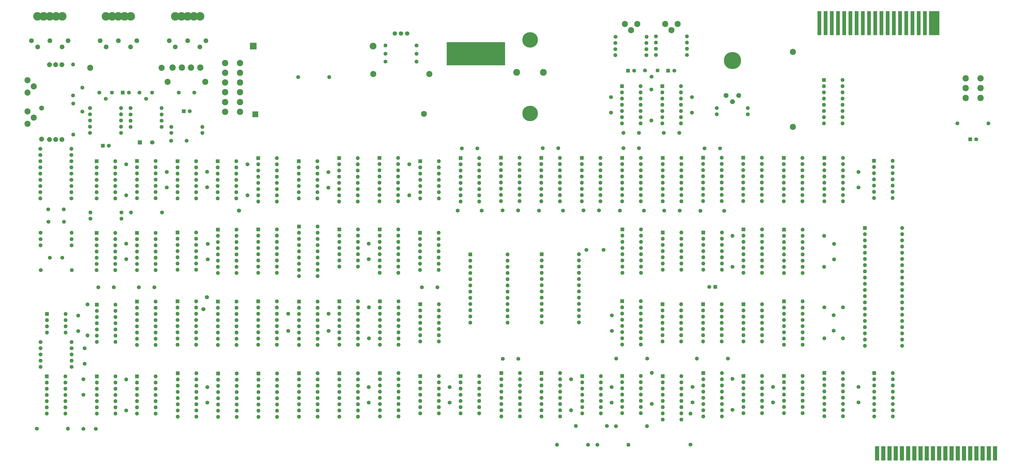
<source format=gbr>
%TF.GenerationSoftware,KiCad,Pcbnew,7.0.7*%
%TF.CreationDate,2023-12-29T15:53:43+00:00*%
%TF.ProjectId,TRS80IUS,54525338-3049-4555-932e-6b696361645f,rev?*%
%TF.SameCoordinates,Original*%
%TF.FileFunction,Soldermask,Bot*%
%TF.FilePolarity,Negative*%
%FSLAX46Y46*%
G04 Gerber Fmt 4.6, Leading zero omitted, Abs format (unit mm)*
G04 Created by KiCad (PCBNEW 7.0.7) date 2023-12-29 15:53:43*
%MOMM*%
%LPD*%
G01*
G04 APERTURE LIST*
G04 Aperture macros list*
%AMFreePoly0*
4,1,45,1.815063,0.845106,1.830902,0.845106,1.843715,0.835796,1.858779,0.830902,1.868088,0.818088,1.880902,0.808779,1.885796,0.793715,1.895106,0.780902,1.895106,0.765062,1.900000,0.750000,1.900000,-0.750000,1.895106,-0.765062,1.895106,-0.780902,1.885796,-0.793715,1.880902,-0.808779,1.868088,-0.818088,1.858779,-0.830902,1.843715,-0.835796,1.830902,-0.845106,1.815063,-0.845106,
1.800000,-0.850000,-3.880000,-0.850000,-3.895063,-0.845106,-3.910902,-0.845106,-3.923715,-0.835796,-3.938779,-0.830902,-3.948088,-0.818088,-3.960902,-0.808779,-3.965796,-0.793715,-3.975106,-0.780902,-3.975106,-0.765062,-3.980000,-0.750000,-3.980000,0.750000,-3.975106,0.765062,-3.975106,0.780902,-3.965796,0.793715,-3.960902,0.808779,-3.948088,0.818088,-3.938779,0.830902,-3.923715,0.835796,
-3.910902,0.845106,-3.895063,0.845106,-3.880000,0.850000,1.800000,0.850000,1.815063,0.845106,1.815063,0.845106,$1*%
G04 Aperture macros list end*
%ADD10C,0.150000*%
%ADD11C,1.600000*%
%ADD12R,1.600000X1.600000*%
%ADD13O,1.600000X1.600000*%
%ADD14C,2.000000*%
%ADD15FreePoly0,90.000000*%
%ADD16C,1.700000*%
%ADD17C,2.500000*%
%ADD18C,2.800000*%
%ADD19C,6.350000*%
%ADD20C,1.950000*%
%ADD21C,3.500000*%
%ADD22C,7.000000*%
%ADD23C,2.600000*%
%ADD24R,1.800000X1.800000*%
%ADD25C,1.800000*%
%ADD26R,2.800000X2.800000*%
%ADD27O,2.800000X2.800000*%
%ADD28R,1.625600X9.906000*%
%ADD29R,4.216400X9.906000*%
%ADD30R,2.400000X2.400000*%
%ADD31O,2.400000X2.400000*%
G04 APERTURE END LIST*
D10*
X273820000Y-96940000D02*
X297530000Y-96940000D01*
X297530000Y-106270000D01*
X273820000Y-106270000D01*
X273820000Y-96940000D01*
G36*
X273820000Y-96940000D02*
G01*
X297530000Y-96940000D01*
X297530000Y-106270000D01*
X273820000Y-106270000D01*
X273820000Y-96940000D01*
G37*
D11*
%TO.C,C49*%
X296690000Y-226520000D03*
X303040000Y-226520000D03*
%TD*%
D12*
%TO.C,Z51*%
X345550000Y-202940000D03*
D13*
X345550000Y-205480000D03*
X345550000Y-208020000D03*
X345550000Y-210560000D03*
X345550000Y-213100000D03*
X345550000Y-215640000D03*
X345550000Y-218180000D03*
X345550000Y-220720000D03*
X353170000Y-220720000D03*
X353170000Y-218180000D03*
X353170000Y-215640000D03*
X353170000Y-213100000D03*
X353170000Y-210560000D03*
X353170000Y-208020000D03*
X353170000Y-205480000D03*
X353170000Y-202940000D03*
%TD*%
D11*
%TO.C,C3*%
X170400000Y-117523270D03*
X164050000Y-117523270D03*
%TD*%
D12*
%TO.C,Z25*%
X147000000Y-174955000D03*
D13*
X147000000Y-177495000D03*
X147000000Y-180035000D03*
X147000000Y-182575000D03*
X147000000Y-185115000D03*
X147000000Y-187655000D03*
X147000000Y-190195000D03*
X154620000Y-190195000D03*
X154620000Y-187655000D03*
X154620000Y-185115000D03*
X154620000Y-182575000D03*
X154620000Y-180035000D03*
X154620000Y-177495000D03*
X154620000Y-174955000D03*
%TD*%
D11*
%TO.C,C36*%
X175906730Y-185790000D03*
X175906730Y-179440000D03*
%TD*%
D12*
%TO.C,Z67*%
X296080000Y-232355000D03*
D13*
X296080000Y-234895000D03*
X296080000Y-237435000D03*
X296080000Y-239975000D03*
X296080000Y-242515000D03*
X296080000Y-245055000D03*
X296080000Y-247595000D03*
X296080000Y-250135000D03*
X303700000Y-250135000D03*
X303700000Y-247595000D03*
X303700000Y-245055000D03*
X303700000Y-242515000D03*
X303700000Y-239975000D03*
X303700000Y-237435000D03*
X303700000Y-234895000D03*
X303700000Y-232355000D03*
%TD*%
D12*
%TO.C,Z19*%
X378610000Y-144210000D03*
D13*
X378610000Y-146750000D03*
X378610000Y-149290000D03*
X378610000Y-151830000D03*
X378610000Y-154370000D03*
X378610000Y-156910000D03*
X378610000Y-159450000D03*
X378610000Y-161990000D03*
X386230000Y-161990000D03*
X386230000Y-159450000D03*
X386230000Y-156910000D03*
X386230000Y-154370000D03*
X386230000Y-151830000D03*
X386230000Y-149290000D03*
X386230000Y-146750000D03*
X386230000Y-144210000D03*
%TD*%
D11*
%TO.C,C34*%
X387306635Y-165913270D03*
X377526635Y-165913270D03*
%TD*%
%TO.C,C30*%
X321316635Y-165813270D03*
X311536635Y-165813270D03*
%TD*%
%TO.C,C28*%
X288026635Y-165823270D03*
X278246635Y-165823270D03*
%TD*%
D12*
%TO.C,Z6*%
X163580000Y-145610000D03*
D13*
X163580000Y-148150000D03*
X163580000Y-150690000D03*
X163580000Y-153230000D03*
X163580000Y-155770000D03*
X163580000Y-158310000D03*
X163580000Y-160850000D03*
X171200000Y-160850000D03*
X171200000Y-158310000D03*
X171200000Y-155770000D03*
X171200000Y-153230000D03*
X171200000Y-150690000D03*
X171200000Y-148150000D03*
X171200000Y-145610000D03*
%TD*%
D12*
%TO.C,Z16*%
X328990000Y-144250000D03*
D13*
X328990000Y-146790000D03*
X328990000Y-149330000D03*
X328990000Y-151870000D03*
X328990000Y-154410000D03*
X328990000Y-156950000D03*
X328990000Y-159490000D03*
X328990000Y-162030000D03*
X336610000Y-162030000D03*
X336610000Y-159490000D03*
X336610000Y-156950000D03*
X336610000Y-154410000D03*
X336610000Y-151870000D03*
X336610000Y-149330000D03*
X336610000Y-146790000D03*
X336610000Y-144250000D03*
%TD*%
D12*
%TO.C,Z62*%
X213320000Y-232460000D03*
D13*
X213320000Y-235000000D03*
X213320000Y-237540000D03*
X213320000Y-240080000D03*
X213320000Y-242620000D03*
X213320000Y-245160000D03*
X213320000Y-247700000D03*
X213320000Y-250240000D03*
X220940000Y-250240000D03*
X220940000Y-247700000D03*
X220940000Y-245160000D03*
X220940000Y-242620000D03*
X220940000Y-240080000D03*
X220940000Y-237540000D03*
X220940000Y-235000000D03*
X220940000Y-232460000D03*
%TD*%
D11*
%TO.C,R43*%
X157220000Y-166630000D03*
D13*
X144520000Y-166630000D03*
%TD*%
D14*
%TO.C,K1*%
X113700000Y-136750000D03*
X116240000Y-136750000D03*
X113700000Y-106060000D03*
X111160000Y-106060000D03*
X111160000Y-136750000D03*
X116240000Y-106060000D03*
%TD*%
D15*
%TO.C,CN3*%
X498070000Y-264270000D03*
X495530000Y-264270000D03*
X492990000Y-264270000D03*
X490450000Y-264270000D03*
X487910000Y-264270000D03*
X485370000Y-264270000D03*
X482830000Y-264270000D03*
X480290000Y-264270000D03*
X477750000Y-264270000D03*
X475210000Y-264270000D03*
X472670000Y-264270000D03*
X470130000Y-264270000D03*
X467590000Y-264270000D03*
X465050000Y-264270000D03*
X462510000Y-264270000D03*
X459970000Y-264270000D03*
X457430000Y-264270000D03*
X454890000Y-264270000D03*
X452350000Y-264270000D03*
X449810000Y-264270000D03*
%TD*%
D11*
%TO.C,R35*%
X120160000Y-150660000D03*
D13*
X107460000Y-150660000D03*
%TD*%
D11*
%TO.C,R45*%
X120220000Y-180030000D03*
D13*
X107520000Y-180030000D03*
%TD*%
D12*
%TO.C,C42*%
X383660000Y-197090000D03*
D11*
X381160000Y-197090000D03*
%TD*%
D12*
%TO.C,Z73*%
X395180000Y-233570000D03*
D13*
X395180000Y-236110000D03*
X395180000Y-238650000D03*
X395180000Y-241190000D03*
X395180000Y-243730000D03*
X395180000Y-246270000D03*
X395180000Y-248810000D03*
X402800000Y-248810000D03*
X402800000Y-246270000D03*
X402800000Y-243730000D03*
X402800000Y-241190000D03*
X402800000Y-238650000D03*
X402800000Y-236110000D03*
X402800000Y-233570000D03*
%TD*%
D11*
%TO.C,C12*%
X340963270Y-119380000D03*
X340963270Y-125730000D03*
%TD*%
D12*
%TO.C,Z33*%
X283345000Y-183755000D03*
D13*
X283345000Y-186295000D03*
X283345000Y-188835000D03*
X283345000Y-191375000D03*
X283345000Y-193915000D03*
X283345000Y-196455000D03*
X283345000Y-198995000D03*
X283345000Y-201535000D03*
X283345000Y-204075000D03*
X283345000Y-206615000D03*
X283345000Y-209155000D03*
X283345000Y-211695000D03*
X298585000Y-211695000D03*
X298585000Y-209155000D03*
X298585000Y-206615000D03*
X298585000Y-204075000D03*
X298585000Y-201535000D03*
X298585000Y-198995000D03*
X298585000Y-196455000D03*
X298585000Y-193915000D03*
X298585000Y-191375000D03*
X298585000Y-188835000D03*
X298585000Y-186295000D03*
X298585000Y-183755000D03*
%TD*%
D11*
%TO.C,C7*%
X167320000Y-137233270D03*
X160970000Y-137233270D03*
%TD*%
D12*
%TO.C,Z31*%
X246340000Y-173580000D03*
D13*
X246340000Y-176120000D03*
X246340000Y-178660000D03*
X246340000Y-181200000D03*
X246340000Y-183740000D03*
X246340000Y-186280000D03*
X246340000Y-188820000D03*
X246340000Y-191360000D03*
X253960000Y-191360000D03*
X253960000Y-188820000D03*
X253960000Y-186280000D03*
X253960000Y-183740000D03*
X253960000Y-181200000D03*
X253960000Y-178660000D03*
X253960000Y-176120000D03*
X253960000Y-173580000D03*
%TD*%
D11*
%TO.C,C41*%
X269940000Y-197263270D03*
X263590000Y-197263270D03*
%TD*%
D16*
%TO.C,J61*%
X188700000Y-165825000D03*
%TD*%
D11*
%TO.C,Q1*%
X131552275Y-117502275D03*
X136702275Y-117502275D03*
X134232275Y-120042275D03*
%TD*%
%TO.C,R41*%
X140610000Y-166590000D03*
D13*
X127910000Y-166590000D03*
%TD*%
D11*
%TO.C,CR9*%
X120790000Y-118715000D03*
D13*
X120790000Y-106015000D03*
%TD*%
D11*
%TO.C,R64*%
X390650000Y-247430000D03*
D13*
X390650000Y-234730000D03*
%TD*%
D12*
%TO.C,Z65*%
X262860000Y-233690000D03*
D13*
X262860000Y-236230000D03*
X262860000Y-238770000D03*
X262860000Y-241310000D03*
X262860000Y-243850000D03*
X262860000Y-246390000D03*
X262860000Y-248930000D03*
X270480000Y-248930000D03*
X270480000Y-246390000D03*
X270480000Y-243850000D03*
X270480000Y-241310000D03*
X270480000Y-238770000D03*
X270480000Y-236230000D03*
X270480000Y-233690000D03*
%TD*%
D12*
%TO.C,Z52*%
X362080000Y-204185000D03*
D13*
X362080000Y-206725000D03*
X362080000Y-209265000D03*
X362080000Y-211805000D03*
X362080000Y-214345000D03*
X362080000Y-216885000D03*
X362080000Y-219425000D03*
X369700000Y-219425000D03*
X369700000Y-216885000D03*
X369700000Y-214345000D03*
X369700000Y-211805000D03*
X369700000Y-209265000D03*
X369700000Y-206725000D03*
X369700000Y-204185000D03*
%TD*%
D11*
%TO.C,C45*%
X225353270Y-208080000D03*
X225353270Y-215080000D03*
%TD*%
D12*
%TO.C,Z22*%
X428220000Y-144250000D03*
D13*
X428220000Y-146790000D03*
X428220000Y-149330000D03*
X428220000Y-151870000D03*
X428220000Y-154410000D03*
X428220000Y-156950000D03*
X428220000Y-159490000D03*
X428220000Y-162030000D03*
X435840000Y-162030000D03*
X435840000Y-159490000D03*
X435840000Y-156950000D03*
X435840000Y-154410000D03*
X435840000Y-151870000D03*
X435840000Y-149330000D03*
X435840000Y-146790000D03*
X435840000Y-144250000D03*
%TD*%
D11*
%TO.C,R62*%
X342970000Y-254120000D03*
D13*
X355670000Y-254120000D03*
%TD*%
D12*
%TO.C,Z26*%
X163590000Y-174860000D03*
D13*
X163590000Y-177400000D03*
X163590000Y-179940000D03*
X163590000Y-182480000D03*
X163590000Y-185020000D03*
X163590000Y-187560000D03*
X163590000Y-190100000D03*
X171210000Y-190100000D03*
X171210000Y-187560000D03*
X171210000Y-185020000D03*
X171210000Y-182480000D03*
X171210000Y-179940000D03*
X171210000Y-177400000D03*
X171210000Y-174860000D03*
%TD*%
D12*
%TO.C,Z24*%
X130480000Y-174980000D03*
D13*
X130480000Y-177520000D03*
X130480000Y-180060000D03*
X130480000Y-182600000D03*
X130480000Y-185140000D03*
X130480000Y-187680000D03*
X130480000Y-190220000D03*
X138100000Y-190220000D03*
X138100000Y-187680000D03*
X138100000Y-185140000D03*
X138100000Y-182600000D03*
X138100000Y-180060000D03*
X138100000Y-177520000D03*
X138100000Y-174980000D03*
%TD*%
D11*
%TO.C,R28*%
X157090000Y-128980000D03*
D13*
X144390000Y-128980000D03*
%TD*%
D11*
%TO.C,R67*%
X126710000Y-204285000D03*
D13*
X126710000Y-216985000D03*
%TD*%
D11*
%TO.C,R25*%
X127735000Y-131460000D03*
D13*
X140435000Y-131460000D03*
%TD*%
D11*
%TO.C,R55*%
X107540000Y-227300000D03*
D13*
X120240000Y-227300000D03*
%TD*%
D12*
%TO.C,Z66*%
X279430000Y-233690000D03*
D13*
X279430000Y-236230000D03*
X279430000Y-238770000D03*
X279430000Y-241310000D03*
X279430000Y-243850000D03*
X279430000Y-246390000D03*
X279430000Y-248930000D03*
X287050000Y-248930000D03*
X287050000Y-246390000D03*
X287050000Y-243850000D03*
X287050000Y-241310000D03*
X287050000Y-238770000D03*
X287050000Y-236230000D03*
X287050000Y-233690000D03*
%TD*%
D11*
%TO.C,R23*%
X127735000Y-126390000D03*
D13*
X140435000Y-126390000D03*
%TD*%
D12*
%TO.C,Z11*%
X246230000Y-144270000D03*
D13*
X246230000Y-146810000D03*
X246230000Y-149350000D03*
X246230000Y-151890000D03*
X246230000Y-154430000D03*
X246230000Y-156970000D03*
X246230000Y-159510000D03*
X246230000Y-162050000D03*
X253850000Y-162050000D03*
X253850000Y-159510000D03*
X253850000Y-156970000D03*
X253850000Y-154430000D03*
X253850000Y-151890000D03*
X253850000Y-149350000D03*
X253850000Y-146810000D03*
X253850000Y-144270000D03*
%TD*%
D11*
%TO.C,R11*%
X359310000Y-94500000D03*
D13*
X372010000Y-94500000D03*
%TD*%
D11*
%TO.C,R31*%
X161020000Y-134050000D03*
D13*
X173720000Y-134050000D03*
%TD*%
D11*
%TO.C,CR7*%
X107525000Y-177490000D03*
D13*
X120225000Y-177490000D03*
%TD*%
D12*
%TO.C,Z10*%
X229740000Y-144350000D03*
D13*
X229740000Y-146890000D03*
X229740000Y-149430000D03*
X229740000Y-151970000D03*
X229740000Y-154510000D03*
X229740000Y-157050000D03*
X229740000Y-159590000D03*
X229740000Y-162130000D03*
X237360000Y-162130000D03*
X237360000Y-159590000D03*
X237360000Y-157050000D03*
X237360000Y-154510000D03*
X237360000Y-151970000D03*
X237360000Y-149430000D03*
X237360000Y-146890000D03*
X237360000Y-144350000D03*
%TD*%
D11*
%TO.C,R66*%
X373490000Y-261690000D03*
D13*
X373490000Y-248990000D03*
%TD*%
D17*
%TO.C,R5*%
X351720000Y-89410000D03*
X349180000Y-91950000D03*
X346640000Y-89410000D03*
%TD*%
D18*
%TO.C,Q4*%
X313299999Y-109170001D03*
X302379999Y-109170001D03*
D19*
X307849999Y-95870001D03*
X307849999Y-126070001D03*
%TD*%
D12*
%TO.C,Z7*%
X180040000Y-145605000D03*
D13*
X180040000Y-148145000D03*
X180040000Y-150685000D03*
X180040000Y-153225000D03*
X180040000Y-155765000D03*
X180040000Y-158305000D03*
X180040000Y-160845000D03*
X187660000Y-160845000D03*
X187660000Y-158305000D03*
X187660000Y-155765000D03*
X187660000Y-153225000D03*
X187660000Y-150685000D03*
X187660000Y-148145000D03*
X187660000Y-145605000D03*
%TD*%
D12*
%TO.C,Z56*%
X110060000Y-233750000D03*
D13*
X110060000Y-236290000D03*
X110060000Y-238830000D03*
X110060000Y-241370000D03*
X110060000Y-243910000D03*
X110060000Y-246450000D03*
X110060000Y-248990000D03*
X117680000Y-248990000D03*
X117680000Y-246450000D03*
X117680000Y-243910000D03*
X117680000Y-241370000D03*
X117680000Y-238830000D03*
X117680000Y-236290000D03*
X117680000Y-233750000D03*
%TD*%
D11*
%TO.C,R32*%
X107460000Y-140490000D03*
D13*
X120160000Y-140490000D03*
%TD*%
D11*
%TO.C,R56*%
X120240000Y-229850000D03*
D13*
X107540000Y-229850000D03*
%TD*%
D17*
%TO.C,R21*%
X102235000Y-130250000D03*
X104775000Y-127710000D03*
X102235000Y-125170000D03*
%TD*%
D12*
%TO.C,Z64*%
X246420000Y-232430000D03*
D13*
X246420000Y-234970000D03*
X246420000Y-237510000D03*
X246420000Y-240050000D03*
X246420000Y-242590000D03*
X246420000Y-245130000D03*
X246420000Y-247670000D03*
X246420000Y-250210000D03*
X254040000Y-250210000D03*
X254040000Y-247670000D03*
X254040000Y-245130000D03*
X254040000Y-242590000D03*
X254040000Y-240050000D03*
X254040000Y-237510000D03*
X254040000Y-234970000D03*
X254040000Y-232430000D03*
%TD*%
D12*
%TO.C,Z55*%
X411750000Y-203010000D03*
D13*
X411750000Y-205550000D03*
X411750000Y-208090000D03*
X411750000Y-210630000D03*
X411750000Y-213170000D03*
X411750000Y-215710000D03*
X411750000Y-218250000D03*
X411750000Y-220790000D03*
X419370000Y-220790000D03*
X419370000Y-218250000D03*
X419370000Y-215710000D03*
X419370000Y-213170000D03*
X419370000Y-210630000D03*
X419370000Y-208090000D03*
X419370000Y-205550000D03*
X419370000Y-203010000D03*
%TD*%
D11*
%TO.C,R61*%
X339230000Y-254080000D03*
D13*
X326530000Y-254080000D03*
%TD*%
D12*
%TO.C,Z5*%
X146990000Y-145550000D03*
D13*
X146990000Y-148090000D03*
X146990000Y-150630000D03*
X146990000Y-153170000D03*
X146990000Y-155710000D03*
X146990000Y-158250000D03*
X146990000Y-160790000D03*
X154610000Y-160790000D03*
X154610000Y-158250000D03*
X154610000Y-155710000D03*
X154610000Y-153170000D03*
X154610000Y-150630000D03*
X154610000Y-148090000D03*
X154610000Y-145550000D03*
%TD*%
D12*
%TO.C,Z17*%
X345510000Y-144240000D03*
D13*
X345510000Y-146780000D03*
X345510000Y-149320000D03*
X345510000Y-151860000D03*
X345510000Y-154400000D03*
X345510000Y-156940000D03*
X345510000Y-159480000D03*
X345510000Y-162020000D03*
X353130000Y-162020000D03*
X353130000Y-159480000D03*
X353130000Y-156940000D03*
X353130000Y-154400000D03*
X353130000Y-151860000D03*
X353130000Y-149320000D03*
X353130000Y-146780000D03*
X353130000Y-144240000D03*
%TD*%
D11*
%TO.C,R3*%
X248655000Y-104800000D03*
D13*
X261355000Y-104800000D03*
%TD*%
D12*
%TO.C,Z61*%
X196660000Y-232550000D03*
D13*
X196660000Y-235090000D03*
X196660000Y-237630000D03*
X196660000Y-240170000D03*
X196660000Y-242710000D03*
X196660000Y-245250000D03*
X196660000Y-247790000D03*
X196660000Y-250330000D03*
X204280000Y-250330000D03*
X204280000Y-247790000D03*
X204280000Y-245250000D03*
X204280000Y-242710000D03*
X204280000Y-240170000D03*
X204280000Y-237630000D03*
X204280000Y-235090000D03*
X204280000Y-232550000D03*
%TD*%
D11*
%TO.C,R42*%
X127915000Y-169140000D03*
D13*
X140615000Y-169140000D03*
%TD*%
D11*
%TO.C,R9*%
X355470000Y-102200000D03*
D13*
X342770000Y-102200000D03*
%TD*%
D11*
%TO.C,R37*%
X120170000Y-160810000D03*
D13*
X107470000Y-160810000D03*
%TD*%
D11*
%TO.C,R53*%
X120225000Y-222210000D03*
D13*
X107525000Y-222210000D03*
%TD*%
D20*
%TO.C,J3*%
X103820000Y-96267500D03*
D21*
X106240000Y-86287500D03*
X108780000Y-86287500D03*
X111320000Y-86287500D03*
D20*
X111320000Y-96267500D03*
D21*
X113860000Y-86287500D03*
X116400000Y-86287500D03*
D20*
X118820000Y-96267500D03*
X106320000Y-98767500D03*
X116320000Y-98767500D03*
%TD*%
D11*
%TO.C,C24*%
X110680000Y-165356730D03*
X117030000Y-165356730D03*
%TD*%
%TO.C,C14*%
X352430000Y-133990000D03*
X346080000Y-133990000D03*
%TD*%
D12*
%TO.C,Z57*%
X130520000Y-233785000D03*
D13*
X130520000Y-236325000D03*
X130520000Y-238865000D03*
X130520000Y-241405000D03*
X130520000Y-243945000D03*
X130520000Y-246485000D03*
X130520000Y-249025000D03*
X138140000Y-249025000D03*
X138140000Y-246485000D03*
X138140000Y-243945000D03*
X138140000Y-241405000D03*
X138140000Y-238865000D03*
X138140000Y-236325000D03*
X138140000Y-233785000D03*
%TD*%
D20*
%TO.C,J1*%
X160190000Y-96267500D03*
X167690000Y-96267500D03*
X175190000Y-96267500D03*
D21*
X162610000Y-86287500D03*
D20*
X162690000Y-98767500D03*
D21*
X165150000Y-86287500D03*
X167690000Y-86287500D03*
X170230000Y-86287500D03*
X172770000Y-86287500D03*
D20*
X172690000Y-98767500D03*
%TD*%
D11*
%TO.C,C23*%
X442190000Y-156340000D03*
X442190000Y-149990000D03*
%TD*%
%TO.C,C59*%
X124596730Y-125256635D03*
X124596730Y-115476635D03*
%TD*%
D14*
%TO.C,Q6*%
X388020000Y-118690000D03*
X393170000Y-118690000D03*
X390700000Y-121230000D03*
D22*
X390700000Y-104370000D03*
%TD*%
D11*
%TO.C,C16*%
X286250000Y-140373270D03*
X279900000Y-140373270D03*
%TD*%
D12*
%TO.C,Z30*%
X229770000Y-173520000D03*
D13*
X229770000Y-176060000D03*
X229770000Y-178600000D03*
X229770000Y-181140000D03*
X229770000Y-183680000D03*
X229770000Y-186220000D03*
X229770000Y-188760000D03*
X237390000Y-188760000D03*
X237390000Y-186220000D03*
X237390000Y-183680000D03*
X237390000Y-181140000D03*
X237390000Y-178600000D03*
X237390000Y-176060000D03*
X237390000Y-173520000D03*
%TD*%
D17*
%TO.C,R4*%
X266660000Y-109840000D03*
X243660000Y-109840000D03*
%TD*%
D11*
%TO.C,C55*%
X407266730Y-244440000D03*
X407266730Y-238090000D03*
%TD*%
D12*
%TO.C,Z71*%
X362120000Y-233680000D03*
D13*
X362120000Y-236220000D03*
X362120000Y-238760000D03*
X362120000Y-241300000D03*
X362120000Y-243840000D03*
X362120000Y-246380000D03*
X362120000Y-248920000D03*
X362120000Y-251460000D03*
X369740000Y-251460000D03*
X369740000Y-248920000D03*
X369740000Y-246380000D03*
X369740000Y-243840000D03*
X369740000Y-241300000D03*
X369740000Y-238760000D03*
X369740000Y-236220000D03*
X369740000Y-233680000D03*
%TD*%
D11*
%TO.C,C58*%
X337900000Y-181950000D03*
X330900000Y-181950000D03*
%TD*%
%TO.C,R27*%
X144395000Y-126440000D03*
D13*
X157095000Y-126440000D03*
%TD*%
D11*
%TO.C,CR6*%
X107525000Y-174940000D03*
D13*
X120225000Y-174940000D03*
%TD*%
D11*
%TO.C,Q5*%
X354842275Y-108472275D03*
X359992275Y-108472275D03*
X357522275Y-111012275D03*
%TD*%
D12*
%TO.C,Z58*%
X147010000Y-233725000D03*
D13*
X147010000Y-236265000D03*
X147010000Y-238805000D03*
X147010000Y-241345000D03*
X147010000Y-243885000D03*
X147010000Y-246425000D03*
X147010000Y-248965000D03*
X154630000Y-248965000D03*
X154630000Y-246425000D03*
X154630000Y-243885000D03*
X154630000Y-241345000D03*
X154630000Y-238805000D03*
X154630000Y-236265000D03*
X154630000Y-233725000D03*
%TD*%
D12*
%TO.C,Z32*%
X262820000Y-174930000D03*
D13*
X262820000Y-177470000D03*
X262820000Y-180010000D03*
X262820000Y-182550000D03*
X262820000Y-185090000D03*
X262820000Y-187630000D03*
X262820000Y-190170000D03*
X270440000Y-190170000D03*
X270440000Y-187630000D03*
X270440000Y-185090000D03*
X270440000Y-182550000D03*
X270440000Y-180010000D03*
X270440000Y-177470000D03*
X270440000Y-174930000D03*
%TD*%
D16*
%TO.C,J63*%
X174200000Y-206200000D03*
%TD*%
D12*
%TO.C,Z2*%
X361930000Y-114910000D03*
D13*
X361930000Y-117450000D03*
X361930000Y-119990000D03*
X361930000Y-122530000D03*
X361930000Y-125070000D03*
X361930000Y-127610000D03*
X361930000Y-130150000D03*
X369550000Y-130150000D03*
X369550000Y-127610000D03*
X369550000Y-125070000D03*
X369550000Y-122530000D03*
X369550000Y-119990000D03*
X369550000Y-117450000D03*
X369550000Y-114910000D03*
%TD*%
D20*
%TO.C,J2*%
X131880000Y-96267500D03*
X139380000Y-96267500D03*
X146880000Y-96267500D03*
X134380000Y-98767500D03*
D21*
X134300000Y-86287500D03*
X136840000Y-86287500D03*
X139380000Y-86287500D03*
X141920000Y-86287500D03*
D20*
X144380000Y-98767500D03*
D21*
X144460000Y-86287500D03*
%TD*%
D12*
%TO.C,Z41*%
X110130000Y-208170000D03*
D13*
X110130000Y-210710000D03*
X110130000Y-213250000D03*
X110130000Y-215790000D03*
X117750000Y-215790000D03*
X117750000Y-213250000D03*
X117750000Y-210710000D03*
X117750000Y-208170000D03*
%TD*%
D12*
%TO.C,Z49*%
X246380000Y-203030000D03*
D13*
X246380000Y-205570000D03*
X246380000Y-208110000D03*
X246380000Y-210650000D03*
X246380000Y-213190000D03*
X246380000Y-215730000D03*
X246380000Y-218270000D03*
X246380000Y-220810000D03*
X254000000Y-220810000D03*
X254000000Y-218270000D03*
X254000000Y-215730000D03*
X254000000Y-213190000D03*
X254000000Y-210650000D03*
X254000000Y-208110000D03*
X254000000Y-205570000D03*
X254000000Y-203030000D03*
%TD*%
D11*
%TO.C,R59*%
X142560000Y-247685000D03*
D13*
X142560000Y-234985000D03*
%TD*%
D12*
%TO.C,Z42*%
X130550000Y-204340000D03*
D13*
X130550000Y-206880000D03*
X130550000Y-209420000D03*
X130550000Y-211960000D03*
X130550000Y-214500000D03*
X130550000Y-217040000D03*
X130550000Y-219580000D03*
X138170000Y-219580000D03*
X138170000Y-217040000D03*
X138170000Y-214500000D03*
X138170000Y-211960000D03*
X138170000Y-209420000D03*
X138170000Y-206880000D03*
X138170000Y-204340000D03*
%TD*%
D12*
%TO.C,Z76*%
X448630000Y-232370000D03*
D13*
X448630000Y-234910000D03*
X448630000Y-237450000D03*
X448630000Y-239990000D03*
X448630000Y-242530000D03*
X448630000Y-245070000D03*
X448630000Y-247610000D03*
X448630000Y-250150000D03*
X456250000Y-250150000D03*
X456250000Y-247610000D03*
X456250000Y-245070000D03*
X456250000Y-242530000D03*
X456250000Y-239990000D03*
X456250000Y-237450000D03*
X456250000Y-234910000D03*
X456250000Y-232370000D03*
%TD*%
D12*
%TO.C,Z18*%
X362090000Y-144220000D03*
D13*
X362090000Y-146760000D03*
X362090000Y-149300000D03*
X362090000Y-151840000D03*
X362090000Y-154380000D03*
X362090000Y-156920000D03*
X362090000Y-159460000D03*
X362090000Y-162000000D03*
X369710000Y-162000000D03*
X369710000Y-159460000D03*
X369710000Y-156920000D03*
X369710000Y-154380000D03*
X369710000Y-151840000D03*
X369710000Y-149300000D03*
X369710000Y-146760000D03*
X369710000Y-144220000D03*
%TD*%
D14*
%TO.C,R167*%
X107950000Y-136565000D03*
X107950000Y-123865000D03*
%TD*%
D12*
%TO.C,Z39*%
X411730000Y-173610000D03*
D13*
X411730000Y-176150000D03*
X411730000Y-178690000D03*
X411730000Y-181230000D03*
X411730000Y-183770000D03*
X411730000Y-186310000D03*
X411730000Y-188850000D03*
X411730000Y-191390000D03*
X419350000Y-191390000D03*
X419350000Y-188850000D03*
X419350000Y-186310000D03*
X419350000Y-183770000D03*
X419350000Y-181230000D03*
X419350000Y-178690000D03*
X419350000Y-176150000D03*
X419350000Y-173610000D03*
%TD*%
D23*
%TO.C,CR8*%
X161550000Y-107270000D03*
X169110000Y-107270000D03*
X172890000Y-107270000D03*
X165330000Y-107270000D03*
%TD*%
D12*
%TO.C,Z3*%
X428070000Y-112360000D03*
D13*
X428070000Y-114900000D03*
X428070000Y-117440000D03*
X428070000Y-119980000D03*
X428070000Y-122520000D03*
X428070000Y-125060000D03*
X428070000Y-127600000D03*
X428070000Y-130140000D03*
X435690000Y-130140000D03*
X435690000Y-127600000D03*
X435690000Y-125060000D03*
X435690000Y-122520000D03*
X435690000Y-119980000D03*
X435690000Y-117440000D03*
X435690000Y-114900000D03*
X435690000Y-112360000D03*
%TD*%
D12*
%TO.C,Z48*%
X229790000Y-203010000D03*
D13*
X229790000Y-205550000D03*
X229790000Y-208090000D03*
X229790000Y-210630000D03*
X229790000Y-213170000D03*
X229790000Y-215710000D03*
X229790000Y-218250000D03*
X229790000Y-220790000D03*
X237410000Y-220790000D03*
X237410000Y-218250000D03*
X237410000Y-215710000D03*
X237410000Y-213170000D03*
X237410000Y-210630000D03*
X237410000Y-208090000D03*
X237410000Y-205550000D03*
X237410000Y-203010000D03*
%TD*%
D12*
%TO.C,Z40*%
X444830000Y-172970000D03*
D13*
X444830000Y-175510000D03*
X444830000Y-178050000D03*
X444830000Y-180590000D03*
X444830000Y-183130000D03*
X444830000Y-185670000D03*
X444830000Y-188210000D03*
X444830000Y-190750000D03*
X444830000Y-193290000D03*
X444830000Y-195830000D03*
X444830000Y-198370000D03*
X444830000Y-200910000D03*
X444830000Y-203450000D03*
X444830000Y-205990000D03*
X444830000Y-208530000D03*
X444830000Y-211070000D03*
X444830000Y-213610000D03*
X444830000Y-216150000D03*
X444830000Y-218690000D03*
X444830000Y-221230000D03*
X460070000Y-221230000D03*
X460070000Y-218690000D03*
X460070000Y-216150000D03*
X460070000Y-213610000D03*
X460070000Y-211070000D03*
X460070000Y-208530000D03*
X460070000Y-205990000D03*
X460070000Y-203450000D03*
X460070000Y-200910000D03*
X460070000Y-198370000D03*
X460070000Y-195830000D03*
X460070000Y-193290000D03*
X460070000Y-190750000D03*
X460070000Y-188210000D03*
X460070000Y-185670000D03*
X460070000Y-183130000D03*
X460070000Y-180590000D03*
X460070000Y-178050000D03*
X460070000Y-175510000D03*
X460070000Y-172970000D03*
%TD*%
D12*
%TO.C,Z8*%
X196590000Y-144350000D03*
D13*
X196590000Y-146890000D03*
X196590000Y-149430000D03*
X196590000Y-151970000D03*
X196590000Y-154510000D03*
X196590000Y-157050000D03*
X196590000Y-159590000D03*
X196590000Y-162130000D03*
X204210000Y-162130000D03*
X204210000Y-159590000D03*
X204210000Y-157050000D03*
X204210000Y-154510000D03*
X204210000Y-151970000D03*
X204210000Y-149430000D03*
X204210000Y-146890000D03*
X204210000Y-144350000D03*
%TD*%
D12*
%TO.C,Z13*%
X279370000Y-144300000D03*
D13*
X279370000Y-146840000D03*
X279370000Y-149380000D03*
X279370000Y-151920000D03*
X279370000Y-154460000D03*
X279370000Y-157000000D03*
X279370000Y-159540000D03*
X279370000Y-162080000D03*
X286990000Y-162080000D03*
X286990000Y-159540000D03*
X286990000Y-157000000D03*
X286990000Y-154460000D03*
X286990000Y-151920000D03*
X286990000Y-149380000D03*
X286990000Y-146840000D03*
X286990000Y-144300000D03*
%TD*%
D11*
%TO.C,R48*%
X428190000Y-176190000D03*
D13*
X428190000Y-188890000D03*
%TD*%
D11*
%TO.C,R2*%
X248655000Y-101550000D03*
D13*
X261355000Y-101550000D03*
%TD*%
D11*
%TO.C,C38*%
X432190000Y-185840000D03*
X432190000Y-179490000D03*
%TD*%
%TO.C,R29*%
X144395000Y-123890000D03*
D13*
X157095000Y-123890000D03*
%TD*%
D11*
%TO.C,R1*%
X261360000Y-98190000D03*
D13*
X248660000Y-98190000D03*
%TD*%
D12*
%TO.C,Z20*%
X395100000Y-144200000D03*
D13*
X395100000Y-146740000D03*
X395100000Y-149280000D03*
X395100000Y-151820000D03*
X395100000Y-154360000D03*
X395100000Y-156900000D03*
X395100000Y-159440000D03*
X395100000Y-161980000D03*
X402720000Y-161980000D03*
X402720000Y-159440000D03*
X402720000Y-156900000D03*
X402720000Y-154360000D03*
X402720000Y-151820000D03*
X402720000Y-149280000D03*
X402720000Y-146740000D03*
X402720000Y-144200000D03*
%TD*%
D12*
%TO.C,Z34*%
X312580000Y-183750000D03*
D13*
X312580000Y-186290000D03*
X312580000Y-188830000D03*
X312580000Y-191370000D03*
X312580000Y-193910000D03*
X312580000Y-196450000D03*
X312580000Y-198990000D03*
X312580000Y-201530000D03*
X312580000Y-204070000D03*
X312580000Y-206610000D03*
X312580000Y-209150000D03*
X312580000Y-211690000D03*
X327820000Y-211690000D03*
X327820000Y-209150000D03*
X327820000Y-206610000D03*
X327820000Y-204070000D03*
X327820000Y-201530000D03*
X327820000Y-198990000D03*
X327820000Y-196450000D03*
X327820000Y-193910000D03*
X327820000Y-191370000D03*
X327820000Y-188830000D03*
X327820000Y-186290000D03*
X327820000Y-183750000D03*
%TD*%
D12*
%TO.C,C5*%
X133000000Y-139250000D03*
D11*
X135500000Y-139250000D03*
%TD*%
D17*
%TO.C,R19*%
X174935000Y-113115000D03*
X159535000Y-113115000D03*
%TD*%
D11*
%TO.C,R33*%
X120150000Y-145570000D03*
D13*
X107450000Y-145570000D03*
%TD*%
D11*
%TO.C,R51*%
X435860000Y-205475000D03*
D13*
X435860000Y-218175000D03*
%TD*%
D12*
%TO.C,Z36*%
X362090000Y-174850000D03*
D13*
X362090000Y-177390000D03*
X362090000Y-179930000D03*
X362090000Y-182470000D03*
X362090000Y-185010000D03*
X362090000Y-187550000D03*
X362090000Y-190090000D03*
X369710000Y-190090000D03*
X369710000Y-187550000D03*
X369710000Y-185010000D03*
X369710000Y-182470000D03*
X369710000Y-179930000D03*
X369710000Y-177390000D03*
X369710000Y-174850000D03*
%TD*%
D11*
%TO.C,CR1*%
X212970000Y-111180000D03*
D13*
X225670000Y-111180000D03*
%TD*%
D11*
%TO.C,C27*%
X125030000Y-255289037D03*
X130110000Y-255289037D03*
%TD*%
%TO.C,R24*%
X140430000Y-128920000D03*
D13*
X127730000Y-128920000D03*
%TD*%
D12*
%TO.C,C2*%
X141180000Y-117480000D03*
D11*
X143680000Y-117480000D03*
%TD*%
D12*
%TO.C,C4*%
X166110000Y-125090000D03*
D11*
X168610000Y-125090000D03*
%TD*%
%TO.C,R68*%
X335400000Y-261780000D03*
D13*
X348100000Y-261780000D03*
%TD*%
D12*
%TO.C,Z28*%
X196630000Y-173590000D03*
D13*
X196630000Y-176130000D03*
X196630000Y-178670000D03*
X196630000Y-181210000D03*
X196630000Y-183750000D03*
X196630000Y-186290000D03*
X196630000Y-188830000D03*
X196630000Y-191370000D03*
X204250000Y-191370000D03*
X204250000Y-188830000D03*
X204250000Y-186290000D03*
X204250000Y-183750000D03*
X204250000Y-181210000D03*
X204250000Y-178670000D03*
X204250000Y-176130000D03*
X204250000Y-173590000D03*
%TD*%
D12*
%TO.C,Z74*%
X411720000Y-233590000D03*
D13*
X411720000Y-236130000D03*
X411720000Y-238670000D03*
X411720000Y-241210000D03*
X411720000Y-243750000D03*
X411720000Y-246290000D03*
X411720000Y-248830000D03*
X419340000Y-248830000D03*
X419340000Y-246290000D03*
X419340000Y-243750000D03*
X419340000Y-241210000D03*
X419340000Y-238670000D03*
X419340000Y-236130000D03*
X419340000Y-233590000D03*
%TD*%
D11*
%TO.C,C13*%
X374086730Y-125700000D03*
X374086730Y-119350000D03*
%TD*%
%TO.C,R8*%
X342770000Y-99680000D03*
D13*
X355470000Y-99680000D03*
%TD*%
D11*
%TO.C,C26*%
X125100000Y-234960000D03*
X125100000Y-241310000D03*
%TD*%
%TO.C,R38*%
X142560000Y-146850000D03*
D13*
X142560000Y-159550000D03*
%TD*%
D11*
%TO.C,C52*%
X274900000Y-244460000D03*
X274900000Y-238110000D03*
%TD*%
%TO.C,C47*%
X432050000Y-215050000D03*
X432050000Y-208700000D03*
%TD*%
%TO.C,C22*%
X225310000Y-156410000D03*
X225310000Y-150060000D03*
%TD*%
D24*
%TO.C,C6*%
X148180000Y-137930000D03*
D25*
X153260000Y-137930000D03*
%TD*%
D11*
%TO.C,C29*%
X296600000Y-165796730D03*
X302950000Y-165796730D03*
%TD*%
D12*
%TO.C,Z59*%
X163670000Y-232440000D03*
D13*
X163670000Y-234980000D03*
X163670000Y-237520000D03*
X163670000Y-240060000D03*
X163670000Y-242600000D03*
X163670000Y-245140000D03*
X163670000Y-247680000D03*
X163670000Y-250220000D03*
X171290000Y-250220000D03*
X171290000Y-247680000D03*
X171290000Y-245140000D03*
X171290000Y-242600000D03*
X171290000Y-240060000D03*
X171290000Y-237520000D03*
X171290000Y-234980000D03*
X171290000Y-232440000D03*
%TD*%
D11*
%TO.C,R60*%
X324610000Y-234940000D03*
D13*
X324610000Y-247640000D03*
%TD*%
D12*
%TO.C,C57*%
X487900000Y-136640000D03*
D11*
X490400000Y-136640000D03*
%TD*%
%TO.C,C19*%
X385580000Y-140333270D03*
X379230000Y-140333270D03*
%TD*%
D12*
%TO.C,Z63*%
X229810000Y-232470000D03*
D13*
X229810000Y-235010000D03*
X229810000Y-237550000D03*
X229810000Y-240090000D03*
X229810000Y-242630000D03*
X229810000Y-245170000D03*
X229810000Y-247710000D03*
X229810000Y-250250000D03*
X237430000Y-250250000D03*
X237430000Y-247710000D03*
X237430000Y-245170000D03*
X237430000Y-242630000D03*
X237430000Y-240090000D03*
X237430000Y-237550000D03*
X237430000Y-235010000D03*
X237430000Y-232470000D03*
%TD*%
D12*
%TO.C,Z44*%
X163580000Y-203015000D03*
D13*
X163580000Y-205555000D03*
X163580000Y-208095000D03*
X163580000Y-210635000D03*
X163580000Y-213175000D03*
X163580000Y-215715000D03*
X163580000Y-218255000D03*
X163580000Y-220795000D03*
X171200000Y-220795000D03*
X171200000Y-218255000D03*
X171200000Y-215715000D03*
X171200000Y-213175000D03*
X171200000Y-210635000D03*
X171200000Y-208095000D03*
X171200000Y-205555000D03*
X171200000Y-203015000D03*
%TD*%
D11*
%TO.C,CR3*%
X107460000Y-143030000D03*
D13*
X120160000Y-143030000D03*
%TD*%
D26*
%TO.C,C8*%
X194560000Y-98410000D03*
D27*
X243560000Y-98410000D03*
%TD*%
D11*
%TO.C,C43*%
X122910000Y-208820000D03*
X122910000Y-215170000D03*
%TD*%
D12*
%TO.C,Z15*%
X312450000Y-144230000D03*
D13*
X312450000Y-146770000D03*
X312450000Y-149310000D03*
X312450000Y-151850000D03*
X312450000Y-154390000D03*
X312450000Y-156930000D03*
X312450000Y-159470000D03*
X312450000Y-162010000D03*
X320070000Y-162010000D03*
X320070000Y-159470000D03*
X320070000Y-156930000D03*
X320070000Y-154390000D03*
X320070000Y-151850000D03*
X320070000Y-149310000D03*
X320070000Y-146770000D03*
X320070000Y-144230000D03*
%TD*%
D11*
%TO.C,R63*%
X357610000Y-245050000D03*
D13*
X357610000Y-232350000D03*
%TD*%
D12*
%TO.C,Z46*%
X196610000Y-203040000D03*
D13*
X196610000Y-205580000D03*
X196610000Y-208120000D03*
X196610000Y-210660000D03*
X196610000Y-213200000D03*
X196610000Y-215740000D03*
X196610000Y-218280000D03*
X196610000Y-220820000D03*
X204230000Y-220820000D03*
X204230000Y-218280000D03*
X204230000Y-215740000D03*
X204230000Y-213200000D03*
X204230000Y-210660000D03*
X204230000Y-208120000D03*
X204230000Y-205580000D03*
X204230000Y-203040000D03*
%TD*%
D17*
%TO.C,R20*%
X102165000Y-117480000D03*
X104705000Y-114940000D03*
X102165000Y-112400000D03*
%TD*%
D11*
%TO.C,C35*%
X142556730Y-185770000D03*
X142556730Y-179420000D03*
%TD*%
%TO.C,C39*%
X137530000Y-197293270D03*
X131180000Y-197293270D03*
%TD*%
D12*
%TO.C,Z23*%
X448580000Y-145430000D03*
D13*
X448580000Y-147970000D03*
X448580000Y-150510000D03*
X448580000Y-153050000D03*
X448580000Y-155590000D03*
X448580000Y-158130000D03*
X448580000Y-160670000D03*
X456200000Y-160670000D03*
X456200000Y-158130000D03*
X456200000Y-155590000D03*
X456200000Y-153050000D03*
X456200000Y-150510000D03*
X456200000Y-147970000D03*
X456200000Y-145430000D03*
%TD*%
D11*
%TO.C,R15*%
X357470000Y-116210000D03*
D13*
X357470000Y-128910000D03*
%TD*%
D11*
%TO.C,C40*%
X147720000Y-197240000D03*
X154070000Y-197240000D03*
%TD*%
%TO.C,C50*%
X175746730Y-244490000D03*
X175746730Y-238140000D03*
%TD*%
%TO.C,C46*%
X341320000Y-215160000D03*
X341320000Y-208810000D03*
%TD*%
%TO.C,C20*%
X159160000Y-150050000D03*
X159160000Y-156400000D03*
%TD*%
D12*
%TO.C,Z68*%
X312510000Y-232360000D03*
D13*
X312510000Y-234900000D03*
X312510000Y-237440000D03*
X312510000Y-239980000D03*
X312510000Y-242520000D03*
X312510000Y-245060000D03*
X312510000Y-247600000D03*
X312510000Y-250140000D03*
X320130000Y-250140000D03*
X320130000Y-247600000D03*
X320130000Y-245060000D03*
X320130000Y-242520000D03*
X320130000Y-239980000D03*
X320130000Y-237440000D03*
X320130000Y-234900000D03*
X320130000Y-232360000D03*
%TD*%
D11*
%TO.C,R44*%
X106040000Y-255210000D03*
D13*
X118740000Y-255210000D03*
%TD*%
D11*
%TO.C,R47*%
X390690000Y-188870000D03*
D13*
X390690000Y-176170000D03*
%TD*%
D11*
%TO.C,R30*%
X157090000Y-131520000D03*
D13*
X144390000Y-131520000D03*
%TD*%
D12*
%TO.C,Z4*%
X130480000Y-145590000D03*
D13*
X130480000Y-148130000D03*
X130480000Y-150670000D03*
X130480000Y-153210000D03*
X130480000Y-155750000D03*
X130480000Y-158290000D03*
X130480000Y-160830000D03*
X138100000Y-160830000D03*
X138100000Y-158290000D03*
X138100000Y-155750000D03*
X138100000Y-153210000D03*
X138100000Y-150670000D03*
X138100000Y-148130000D03*
X138100000Y-145590000D03*
%TD*%
D28*
%TO.C,E1*%
X426210000Y-89040000D03*
X428750000Y-89040000D03*
X431290000Y-89040000D03*
X433830000Y-89040000D03*
X436370000Y-89040000D03*
X438910000Y-89040000D03*
X441450000Y-89040000D03*
X443990000Y-89040000D03*
X446530000Y-89040000D03*
X449070000Y-89040000D03*
X451610000Y-89040000D03*
X454150000Y-89040000D03*
X456690000Y-89040000D03*
X459230000Y-89040000D03*
X461770000Y-89040000D03*
X464310000Y-89040000D03*
X466850000Y-89040000D03*
X469390000Y-89040000D03*
D29*
X473225400Y-89040000D03*
%TD*%
D17*
%TO.C,R10*%
X363110000Y-89390000D03*
X365650000Y-91930000D03*
X368190000Y-89390000D03*
%TD*%
D11*
%TO.C,R16*%
X384215000Y-123830000D03*
D13*
X396915000Y-123830000D03*
%TD*%
D12*
%TO.C,Z45*%
X180120000Y-203100000D03*
D13*
X180120000Y-205640000D03*
X180120000Y-208180000D03*
X180120000Y-210720000D03*
X180120000Y-213260000D03*
X180120000Y-215800000D03*
X180120000Y-218340000D03*
X180120000Y-220880000D03*
X187740000Y-220880000D03*
X187740000Y-218340000D03*
X187740000Y-215800000D03*
X187740000Y-213260000D03*
X187740000Y-210720000D03*
X187740000Y-208180000D03*
X187740000Y-205640000D03*
X187740000Y-203100000D03*
%TD*%
D11*
%TO.C,C44*%
X208893270Y-208110000D03*
X208893270Y-215110000D03*
%TD*%
D30*
%TO.C,C9*%
X195450000Y-126360000D03*
D31*
X264450000Y-126240000D03*
%TD*%
D11*
%TO.C,R7*%
X342775000Y-97140000D03*
D13*
X355475000Y-97140000D03*
%TD*%
D11*
%TO.C,C54*%
X374310000Y-244450000D03*
X374310000Y-238100000D03*
%TD*%
D12*
%TO.C,Z53*%
X378660000Y-204220000D03*
D13*
X378660000Y-206760000D03*
X378660000Y-209300000D03*
X378660000Y-211840000D03*
X378660000Y-214380000D03*
X378660000Y-216920000D03*
X378660000Y-219460000D03*
X386280000Y-219460000D03*
X386280000Y-216920000D03*
X386280000Y-214380000D03*
X386280000Y-211840000D03*
X386280000Y-209300000D03*
X386280000Y-206760000D03*
X386280000Y-204220000D03*
%TD*%
D16*
%TO.C,J62*%
X175575000Y-201300000D03*
%TD*%
D11*
%TO.C,C18*%
X352410000Y-140303270D03*
X346060000Y-140303270D03*
%TD*%
%TO.C,R22*%
X127740000Y-123860000D03*
D13*
X140440000Y-123860000D03*
%TD*%
D12*
%TO.C,Z50*%
X262930000Y-204230000D03*
D13*
X262930000Y-206770000D03*
X262930000Y-209310000D03*
X262930000Y-211850000D03*
X262930000Y-214390000D03*
X262930000Y-216930000D03*
X262930000Y-219470000D03*
X270550000Y-219470000D03*
X270550000Y-216930000D03*
X270550000Y-214390000D03*
X270550000Y-211850000D03*
X270550000Y-209310000D03*
X270550000Y-206770000D03*
X270550000Y-204230000D03*
%TD*%
D12*
%TO.C,Z14*%
X295930000Y-144195000D03*
D13*
X295930000Y-146735000D03*
X295930000Y-149275000D03*
X295930000Y-151815000D03*
X295930000Y-154355000D03*
X295930000Y-156895000D03*
X295930000Y-159435000D03*
X295930000Y-161975000D03*
X303550000Y-161975000D03*
X303550000Y-159435000D03*
X303550000Y-156895000D03*
X303550000Y-154355000D03*
X303550000Y-151815000D03*
X303550000Y-149275000D03*
X303550000Y-146735000D03*
X303550000Y-144195000D03*
%TD*%
D11*
%TO.C,C31*%
X329680000Y-165776730D03*
X336030000Y-165776730D03*
%TD*%
%TO.C,R50*%
X428210000Y-205485000D03*
D13*
X428210000Y-218185000D03*
%TD*%
D11*
%TO.C,R36*%
X120170000Y-153200000D03*
D13*
X107470000Y-153200000D03*
%TD*%
D11*
%TO.C,Q2*%
X148002275Y-117492275D03*
X153152275Y-117492275D03*
X150682275Y-120032275D03*
%TD*%
D12*
%TO.C,Z35*%
X345600000Y-173570000D03*
D13*
X345600000Y-176110000D03*
X345600000Y-178650000D03*
X345600000Y-181190000D03*
X345600000Y-183730000D03*
X345600000Y-186270000D03*
X345600000Y-188810000D03*
X345600000Y-191350000D03*
X353220000Y-191350000D03*
X353220000Y-188810000D03*
X353220000Y-186270000D03*
X353220000Y-183730000D03*
X353220000Y-181190000D03*
X353220000Y-178650000D03*
X353220000Y-176110000D03*
X353220000Y-173570000D03*
%TD*%
D11*
%TO.C,R34*%
X107460000Y-148120000D03*
D13*
X120160000Y-148120000D03*
%TD*%
D12*
%TO.C,Z54*%
X395150000Y-204190000D03*
D13*
X395150000Y-206730000D03*
X395150000Y-209270000D03*
X395150000Y-211810000D03*
X395150000Y-214350000D03*
X395150000Y-216890000D03*
X395150000Y-219430000D03*
X402770000Y-219430000D03*
X402770000Y-216890000D03*
X402770000Y-214350000D03*
X402770000Y-211810000D03*
X402770000Y-209270000D03*
X402770000Y-206730000D03*
X402770000Y-204190000D03*
%TD*%
D12*
%TO.C,C10*%
X347910000Y-108520000D03*
D11*
X350410000Y-108520000D03*
%TD*%
%TO.C,C17*%
X319360000Y-140280000D03*
X313010000Y-140280000D03*
%TD*%
%TO.C,C15*%
X368930000Y-133993270D03*
X362580000Y-133993270D03*
%TD*%
D12*
%TO.C,Z21*%
X411650000Y-144255000D03*
D13*
X411650000Y-146795000D03*
X411650000Y-149335000D03*
X411650000Y-151875000D03*
X411650000Y-154415000D03*
X411650000Y-156955000D03*
X411650000Y-159495000D03*
X411650000Y-162035000D03*
X419270000Y-162035000D03*
X419270000Y-159495000D03*
X419270000Y-156955000D03*
X419270000Y-154415000D03*
X419270000Y-151875000D03*
X419270000Y-149335000D03*
X419270000Y-146795000D03*
X419270000Y-144255000D03*
%TD*%
D11*
%TO.C,C25*%
X117080000Y-170440000D03*
X110730000Y-170440000D03*
%TD*%
%TO.C,R49*%
X241880000Y-218160000D03*
D13*
X241880000Y-205460000D03*
%TD*%
D11*
%TO.C,R12*%
X359305000Y-97040000D03*
D13*
X372005000Y-97040000D03*
%TD*%
D11*
%TO.C,C33*%
X362690000Y-165876730D03*
X369040000Y-165876730D03*
%TD*%
D12*
%TO.C,Z38*%
X395130000Y-173560000D03*
D13*
X395130000Y-176100000D03*
X395130000Y-178640000D03*
X395130000Y-181180000D03*
X395130000Y-183720000D03*
X395130000Y-186260000D03*
X395130000Y-188800000D03*
X395130000Y-191340000D03*
X402750000Y-191340000D03*
X402750000Y-188800000D03*
X402750000Y-186260000D03*
X402750000Y-183720000D03*
X402750000Y-181180000D03*
X402750000Y-178640000D03*
X402750000Y-176100000D03*
X402750000Y-173560000D03*
%TD*%
D12*
%TO.C,Z27*%
X180130000Y-173660000D03*
D13*
X180130000Y-176200000D03*
X180130000Y-178740000D03*
X180130000Y-181280000D03*
X180130000Y-183820000D03*
X180130000Y-186360000D03*
X180130000Y-188900000D03*
X180130000Y-191440000D03*
X187750000Y-191440000D03*
X187750000Y-188900000D03*
X187750000Y-186360000D03*
X187750000Y-183820000D03*
X187750000Y-181280000D03*
X187750000Y-178740000D03*
X187750000Y-176200000D03*
X187750000Y-173660000D03*
%TD*%
D12*
%TO.C,Z70*%
X345570000Y-233610000D03*
D13*
X345570000Y-236150000D03*
X345570000Y-238690000D03*
X345570000Y-241230000D03*
X345570000Y-243770000D03*
X345570000Y-246310000D03*
X345570000Y-248850000D03*
X353190000Y-248850000D03*
X353190000Y-246310000D03*
X353190000Y-243770000D03*
X353190000Y-241230000D03*
X353190000Y-238690000D03*
X353190000Y-236150000D03*
X353190000Y-233610000D03*
%TD*%
D12*
%TO.C,Z29*%
X213260000Y-172350000D03*
D13*
X213260000Y-174890000D03*
X213260000Y-177430000D03*
X213260000Y-179970000D03*
X213260000Y-182510000D03*
X213260000Y-185050000D03*
X213260000Y-187590000D03*
X213260000Y-190130000D03*
X213260000Y-192670000D03*
X220880000Y-192670000D03*
X220880000Y-190130000D03*
X220880000Y-187590000D03*
X220880000Y-185050000D03*
X220880000Y-182510000D03*
X220880000Y-179970000D03*
X220880000Y-177430000D03*
X220880000Y-174890000D03*
X220880000Y-172350000D03*
%TD*%
D11*
%TO.C,R58*%
X388790000Y-226470000D03*
D13*
X376090000Y-226470000D03*
%TD*%
D11*
%TO.C,C21*%
X175730000Y-156300000D03*
X175730000Y-149950000D03*
%TD*%
%TO.C,R40*%
X258370000Y-146840000D03*
D13*
X258370000Y-159540000D03*
%TD*%
D11*
%TO.C,CR4*%
X107460000Y-155730000D03*
D13*
X120160000Y-155730000D03*
%TD*%
D11*
%TO.C,C56*%
X442206730Y-244450000D03*
X442206730Y-238100000D03*
%TD*%
D23*
%TO.C,S1*%
X183025000Y-105370000D03*
X183025000Y-109370000D03*
X183025000Y-117370000D03*
X183025000Y-121370000D03*
X189135000Y-117370000D03*
X189135000Y-121370000D03*
X189135000Y-105370000D03*
X189135000Y-109370000D03*
X189135000Y-113370000D03*
X183025000Y-125370000D03*
X189135000Y-125370000D03*
X183025000Y-113370000D03*
%TD*%
D12*
%TO.C,Z69*%
X329180000Y-233655000D03*
D13*
X329180000Y-236195000D03*
X329180000Y-238735000D03*
X329180000Y-241275000D03*
X329180000Y-243815000D03*
X329180000Y-246355000D03*
X329180000Y-248895000D03*
X336800000Y-248895000D03*
X336800000Y-246355000D03*
X336800000Y-243815000D03*
X336800000Y-241275000D03*
X336800000Y-238735000D03*
X336800000Y-236195000D03*
X336800000Y-233655000D03*
%TD*%
D25*
%TO.C,Q3*%
X257580000Y-93315000D03*
X255040000Y-93315000D03*
X252500000Y-93315000D03*
%TD*%
D12*
%TO.C,Z72*%
X378710000Y-232390000D03*
D13*
X378710000Y-234930000D03*
X378710000Y-237470000D03*
X378710000Y-240010000D03*
X378710000Y-242550000D03*
X378710000Y-245090000D03*
X378710000Y-247630000D03*
X378710000Y-250170000D03*
X386330000Y-250170000D03*
X386330000Y-247630000D03*
X386330000Y-245090000D03*
X386330000Y-242550000D03*
X386330000Y-240010000D03*
X386330000Y-237470000D03*
X386330000Y-234930000D03*
X386330000Y-232390000D03*
%TD*%
D12*
%TO.C,Z43*%
X147010000Y-203060000D03*
D13*
X147010000Y-205600000D03*
X147010000Y-208140000D03*
X147010000Y-210680000D03*
X147010000Y-213220000D03*
X147010000Y-215760000D03*
X147010000Y-218300000D03*
X147010000Y-220840000D03*
X154630000Y-220840000D03*
X154630000Y-218300000D03*
X154630000Y-215760000D03*
X154630000Y-213220000D03*
X154630000Y-210680000D03*
X154630000Y-208140000D03*
X154630000Y-205600000D03*
X154630000Y-203060000D03*
%TD*%
D11*
%TO.C,Y1*%
X111340000Y-185190000D03*
X116420000Y-185190000D03*
%TD*%
%TO.C,R14*%
X371995000Y-102110000D03*
D13*
X359295000Y-102110000D03*
%TD*%
D11*
%TO.C,R13*%
X359295000Y-99570000D03*
D13*
X371995000Y-99570000D03*
%TD*%
D11*
%TO.C,R39*%
X192170000Y-146880000D03*
D13*
X192170000Y-159580000D03*
%TD*%
D11*
%TO.C,C32*%
X354380000Y-165880000D03*
X344600000Y-165880000D03*
%TD*%
%TO.C,C53*%
X341200000Y-244460000D03*
X341200000Y-238110000D03*
%TD*%
D12*
%TO.C,Z9*%
X213230000Y-145615000D03*
D13*
X213230000Y-148155000D03*
X213230000Y-150695000D03*
X213230000Y-153235000D03*
X213230000Y-155775000D03*
X213230000Y-158315000D03*
X213230000Y-160855000D03*
X220850000Y-160855000D03*
X220850000Y-158315000D03*
X220850000Y-155775000D03*
X220850000Y-153235000D03*
X220850000Y-150695000D03*
X220850000Y-148155000D03*
X220850000Y-145615000D03*
%TD*%
D12*
%TO.C,Z75*%
X428230000Y-232320000D03*
D13*
X428230000Y-234860000D03*
X428230000Y-237400000D03*
X428230000Y-239940000D03*
X428230000Y-242480000D03*
X428230000Y-245020000D03*
X428230000Y-247560000D03*
X428230000Y-250100000D03*
X435850000Y-250100000D03*
X435850000Y-247560000D03*
X435850000Y-245020000D03*
X435850000Y-242480000D03*
X435850000Y-239940000D03*
X435850000Y-237400000D03*
X435850000Y-234860000D03*
X435850000Y-232320000D03*
%TD*%
D11*
%TO.C,R54*%
X107540000Y-224760000D03*
D13*
X120240000Y-224760000D03*
%TD*%
D11*
%TO.C,R65*%
X482730000Y-130150000D03*
D13*
X495430000Y-130150000D03*
%TD*%
D12*
%TO.C,Z12*%
X262910000Y-145570000D03*
D13*
X262910000Y-148110000D03*
X262910000Y-150650000D03*
X262910000Y-153190000D03*
X262910000Y-155730000D03*
X262910000Y-158270000D03*
X262910000Y-160810000D03*
X270530000Y-160810000D03*
X270530000Y-158270000D03*
X270530000Y-155730000D03*
X270530000Y-153190000D03*
X270530000Y-150650000D03*
X270530000Y-148110000D03*
X270530000Y-145570000D03*
%TD*%
D11*
%TO.C,R52*%
X107540000Y-219670000D03*
D13*
X120240000Y-219670000D03*
%TD*%
D11*
%TO.C,R46*%
X107590000Y-190270000D03*
D13*
X120290000Y-190270000D03*
%TD*%
D11*
%TO.C,R57*%
X355750000Y-226500000D03*
D13*
X343050000Y-226500000D03*
%TD*%
D11*
%TO.C,R69*%
X331590000Y-261750000D03*
D13*
X318890000Y-261750000D03*
%TD*%
D12*
%TO.C,Z1*%
X345410000Y-114840000D03*
D13*
X345410000Y-117380000D03*
X345410000Y-119920000D03*
X345410000Y-122460000D03*
X345410000Y-125000000D03*
X345410000Y-127540000D03*
X345410000Y-130080000D03*
X353030000Y-130080000D03*
X353030000Y-127540000D03*
X353030000Y-125000000D03*
X353030000Y-122460000D03*
X353030000Y-119920000D03*
X353030000Y-117380000D03*
X353030000Y-114840000D03*
%TD*%
D17*
%TO.C,R18*%
X415360000Y-100840000D03*
X415360000Y-131590000D03*
%TD*%
D12*
%TO.C,Z37*%
X378690000Y-174855000D03*
D13*
X378690000Y-177395000D03*
X378690000Y-179935000D03*
X378690000Y-182475000D03*
X378690000Y-185015000D03*
X378690000Y-187555000D03*
X378690000Y-190095000D03*
X386310000Y-190095000D03*
X386310000Y-187555000D03*
X386310000Y-185015000D03*
X386310000Y-182475000D03*
X386310000Y-179935000D03*
X386310000Y-177395000D03*
X386310000Y-174855000D03*
%TD*%
D11*
%TO.C,C37*%
X241800000Y-185740000D03*
X241800000Y-179390000D03*
%TD*%
%TO.C,C48*%
X125580000Y-222220000D03*
X125580000Y-228570000D03*
%TD*%
D17*
%TO.C,C1*%
X127885000Y-107340000D03*
X157085000Y-107340000D03*
%TD*%
D11*
%TO.C,CR5*%
X107460000Y-158270000D03*
D13*
X120160000Y-158270000D03*
%TD*%
D11*
%TO.C,CR2*%
X161015000Y-131520000D03*
D13*
X173715000Y-131520000D03*
%TD*%
D11*
%TO.C,CR10*%
X120900000Y-121985000D03*
D13*
X120900000Y-134685000D03*
%TD*%
D11*
%TO.C,R6*%
X342785000Y-94600000D03*
D13*
X355485000Y-94600000D03*
%TD*%
D12*
%TO.C,Z47*%
X213290000Y-203090000D03*
D13*
X213290000Y-205630000D03*
X213290000Y-208170000D03*
X213290000Y-210710000D03*
X213290000Y-213250000D03*
X213290000Y-215790000D03*
X213290000Y-218330000D03*
X213290000Y-220870000D03*
X220910000Y-220870000D03*
X220910000Y-218330000D03*
X220910000Y-215790000D03*
X220910000Y-213250000D03*
X220910000Y-210710000D03*
X220910000Y-208170000D03*
X220910000Y-205630000D03*
X220910000Y-203090000D03*
%TD*%
D11*
%TO.C,R17*%
X396920000Y-126350000D03*
D13*
X384220000Y-126350000D03*
%TD*%
D12*
%TO.C,C11*%
X364360000Y-108560000D03*
D11*
X366860000Y-108560000D03*
%TD*%
D23*
%TO.C,S2*%
X486100000Y-111660000D03*
X486100000Y-115660000D03*
X486100000Y-119660000D03*
X492210000Y-119660000D03*
X492210000Y-115660000D03*
X492210000Y-111660000D03*
%TD*%
D12*
%TO.C,Z60*%
X180190000Y-232550000D03*
D13*
X180190000Y-235090000D03*
X180190000Y-237630000D03*
X180190000Y-240170000D03*
X180190000Y-242710000D03*
X180190000Y-245250000D03*
X180190000Y-247790000D03*
X180190000Y-250330000D03*
X187810000Y-250330000D03*
X187810000Y-247790000D03*
X187810000Y-245250000D03*
X187810000Y-242710000D03*
X187810000Y-240170000D03*
X187810000Y-237630000D03*
X187810000Y-235090000D03*
X187810000Y-232550000D03*
%TD*%
D11*
%TO.C,R26*%
X127740000Y-134000000D03*
D13*
X140440000Y-134000000D03*
%TD*%
D11*
%TO.C,C51*%
X241840000Y-244540000D03*
X241840000Y-238190000D03*
%TD*%
M02*

</source>
